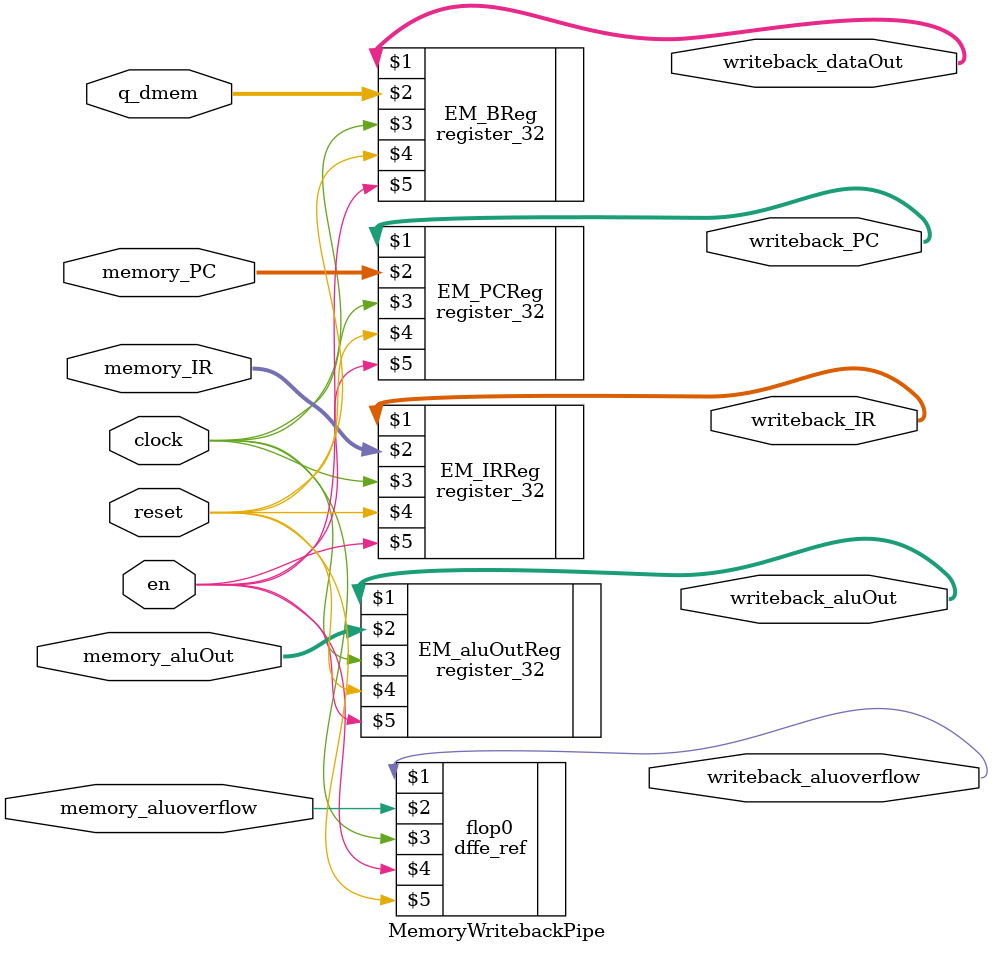
<source format=v>
module MemoryWritebackPipe(writeback_IR, memory_IR, writeback_PC, memory_PC, writeback_aluOut, memory_aluOut, writeback_dataOut, q_dmem, writeback_aluoverflow, memory_aluoverflow, clock, reset, en);
    input clock, reset, memory_aluoverflow, en;
    input [31:0] memory_IR, memory_PC,memory_aluOut, q_dmem;
    output writeback_aluoverflow;
    output [31:0] writeback_IR, writeback_PC, writeback_aluOut, writeback_dataOut;

    dffe_ref flop0(writeback_aluoverflow, memory_aluoverflow, clock, en, reset);
    register_32 EM_IRReg(writeback_IR, memory_IR, clock, reset, en);
    register_32 EM_PCReg(writeback_PC, memory_PC, clock, reset, en);
    register_32 EM_aluOutReg(writeback_aluOut, memory_aluOut, clock, reset, en);
    register_32 EM_BReg(writeback_dataOut, q_dmem, clock, reset, en);

endmodule
</source>
